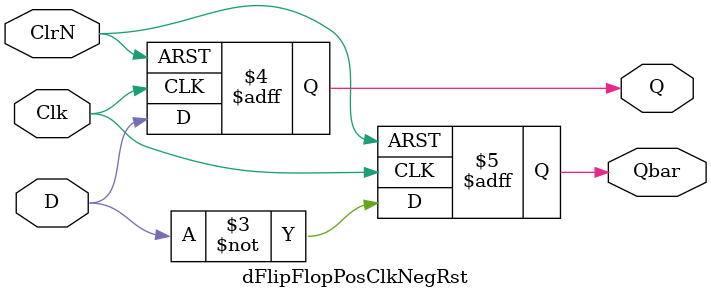
<source format=v>
/* 模組名稱： D型正反器（負緣觸發）
   著作權宣告：copyright 2012 林博仁(pika1021@gmail.com)
   */
`ifndef DFLIPFLOPPOSCLKNEGRST_V
	`define DFLIPFLOPPOSCLKNEGRST_V
	`timescale 1ns / 100ps
	module dFlipFlopPosClkNegRst(Q, Qbar, D, Clk, ClrN);
		input D, Clk, ClrN;
		output reg Q, Qbar;
		
		always @(posedge Clk or negedge ClrN)
		begin
			if(~ClrN) begin
				Q <= 0; 
				Qbar <= 1;
			end else begin
				Q <= D; 
				Qbar <= ~D;
			end
		end
	endmodule
`endif


</source>
